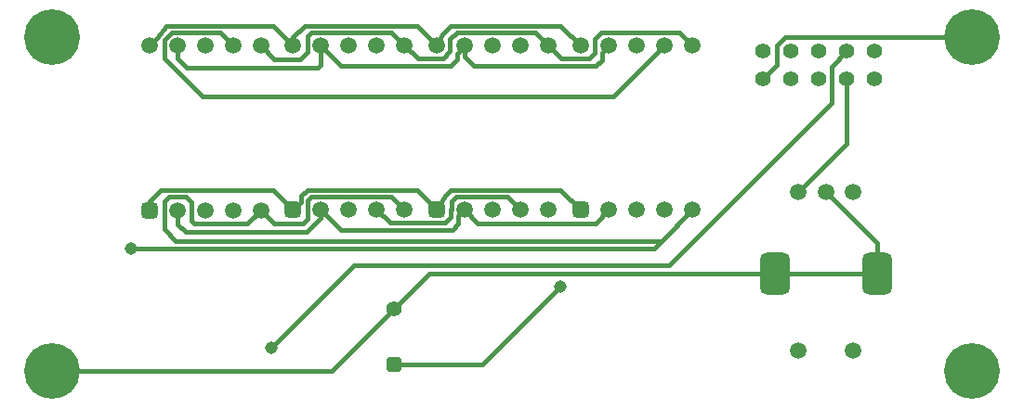
<source format=gbr>
%TF.GenerationSoftware,Altium Limited,Altium Designer,22.4.2 (48)*%
G04 Layer_Physical_Order=2*
G04 Layer_Color=16711680*
%FSLAX26Y26*%
%MOIN*%
%TF.SameCoordinates,DC04713F-A1B7-43D7-85F6-64DFF616D11F*%
%TF.FilePolarity,Positive*%
%TF.FileFunction,Copper,L2,Bot,Signal*%
%TF.Part,Single*%
G01*
G75*
%TA.AperFunction,Conductor*%
%ADD14C,0.015000*%
%TA.AperFunction,ViaPad*%
%ADD15C,0.200000*%
%TA.AperFunction,ComponentPad*%
G04:AMPARAMS|DCode=16|XSize=55.118mil|YSize=55.118mil|CornerRadius=13.78mil|HoleSize=0mil|Usage=FLASHONLY|Rotation=270.000|XOffset=0mil|YOffset=0mil|HoleType=Round|Shape=RoundedRectangle|*
%AMROUNDEDRECTD16*
21,1,0.055118,0.027559,0,0,270.0*
21,1,0.027559,0.055118,0,0,270.0*
1,1,0.027559,-0.013780,-0.013780*
1,1,0.027559,-0.013780,0.013780*
1,1,0.027559,0.013780,0.013780*
1,1,0.027559,0.013780,-0.013780*
%
%ADD16ROUNDEDRECTD16*%
%ADD17C,0.055118*%
G04:AMPARAMS|DCode=18|XSize=153.543mil|YSize=106.299mil|CornerRadius=26.575mil|HoleSize=0mil|Usage=FLASHONLY|Rotation=90.000|XOffset=0mil|YOffset=0mil|HoleType=Round|Shape=RoundedRectangle|*
%AMROUNDEDRECTD18*
21,1,0.153543,0.053150,0,0,90.0*
21,1,0.100394,0.106299,0,0,90.0*
1,1,0.053150,0.026575,0.050197*
1,1,0.053150,0.026575,-0.050197*
1,1,0.053150,-0.026575,-0.050197*
1,1,0.053150,-0.026575,0.050197*
%
%ADD18ROUNDEDRECTD18*%
%ADD19C,0.059055*%
G04:AMPARAMS|DCode=20|XSize=59.055mil|YSize=59.055mil|CornerRadius=14.764mil|HoleSize=0mil|Usage=FLASHONLY|Rotation=0.000|XOffset=0mil|YOffset=0mil|HoleType=Round|Shape=RoundedRectangle|*
%AMROUNDEDRECTD20*
21,1,0.059055,0.029527,0,0,0.0*
21,1,0.029527,0.059055,0,0,0.0*
1,1,0.029528,0.014764,-0.014764*
1,1,0.029528,-0.014764,-0.014764*
1,1,0.029528,-0.014764,0.014764*
1,1,0.029528,0.014764,0.014764*
%
%ADD20ROUNDEDRECTD20*%
%ADD21C,0.055000*%
%TA.AperFunction,ViaPad*%
%ADD22C,0.045000*%
D14*
X3308552Y4093000D02*
X3334552Y4119000D01*
X2503574Y4000000D02*
X3741930D01*
X2377000Y3873426D02*
X2503574Y4000000D01*
X4000000Y4468702D02*
Y4700000D01*
X3826574Y4295276D02*
X4000000Y4468702D01*
X2973972Y4302476D02*
X3046000Y4230448D01*
X2580000Y4302476D02*
X2973972D01*
X2557972Y4280448D02*
X2580000Y4302476D01*
X2530000Y4230448D02*
X2557972Y4280448D01*
X1942696Y4301752D02*
X2014000Y4230448D01*
X1539580Y4301752D02*
X1942696D01*
X1498426Y4260598D02*
X1539580Y4301752D01*
X1498426Y4229724D02*
Y4260598D01*
X2314000Y4230448D02*
X2361028Y4183420D01*
X2560000D01*
X2580000Y4203420D01*
Y4230000D01*
X2582972Y4232972D01*
Y4260448D01*
X2600000Y4277476D01*
X2782972D01*
X2830000Y4230448D01*
X2366972Y4868028D02*
X2414000Y4821000D01*
X2080000Y4868028D02*
X2366972D01*
X2066972Y4855000D02*
X2080000Y4868028D01*
X2066972Y4799972D02*
Y4855000D01*
X2040000Y4773000D02*
X2066972Y4799972D01*
X1945702Y4773000D02*
X2040000D01*
X1898426Y4820276D02*
X1945702Y4773000D01*
X3398000Y4869000D02*
X3446000Y4821000D01*
X3120000Y4869000D02*
X3398000D01*
X3096000Y4845000D02*
X3120000Y4869000D01*
X3096000Y4795000D02*
Y4845000D01*
X3074972Y4773972D02*
X3096000Y4795000D01*
X2977028Y4773972D02*
X3074972D01*
X2930000Y4821000D02*
X2977028Y4773972D01*
X2414000Y4821000D02*
X2461028Y4773972D01*
X2551000D01*
X2577028Y4800000D01*
Y4844028D01*
X2601028Y4868028D01*
X2882972D01*
X2930000Y4821000D01*
X3164000Y4639000D02*
X3346000Y4821000D01*
X1689000Y4639000D02*
X3164000D01*
X1551398Y4776602D02*
X1689000Y4639000D01*
X1551398Y4776602D02*
Y4840000D01*
X1578702Y4867304D01*
X1751398D01*
X1798426Y4820276D01*
X3121000Y4796000D02*
X3146000Y4821000D01*
X3121000Y4769972D02*
Y4796000D01*
X3100000Y4748972D02*
X3121000Y4769972D01*
X2664034Y4748972D02*
X3100000D01*
X2630000Y4783006D02*
X2664034Y4748972D01*
X2630000Y4783006D02*
Y4821000D01*
X1498426Y4820276D02*
X1526398Y4848248D01*
X1558702Y4892304D01*
X1942696D01*
X2014000Y4821000D01*
X2973972Y4893028D02*
X3046000Y4821000D01*
X2580000Y4893028D02*
X2973972D01*
X2549384Y4862412D02*
X2580000Y4893028D01*
X2530000Y4821000D02*
X2549384Y4862412D01*
X2457972Y4893028D02*
X2530000Y4821000D01*
X2055000Y4893028D02*
X2457972D01*
X2014000Y4852028D02*
X2055000Y4893028D01*
X2014000Y4821000D02*
Y4852028D01*
X1935000Y3734000D02*
X2232000Y4031000D01*
X3361000D01*
X3945000Y4615000D01*
Y4745000D01*
X4000000Y4800000D01*
X2692070Y3676574D02*
X2972000Y3956504D01*
X2377000Y3676574D02*
X2692070D01*
X2630000Y4230448D02*
X2677448Y4183000D01*
X3098552D01*
X3146000Y4230448D01*
X1150000Y3650000D02*
X2153574D01*
X2377000Y3873426D01*
X3334552Y4119000D02*
X3446000Y4230448D01*
X1592000Y4119000D02*
X3334552D01*
X1551000Y4160000D02*
X1592000Y4119000D01*
X1551000Y4160000D02*
Y4260000D01*
X1567752Y4276752D01*
X1630248D01*
X1649000Y4258000D01*
Y4193000D02*
Y4258000D01*
Y4193000D02*
X1660000Y4182000D01*
X1850702D01*
X1898426Y4229724D01*
X1434000Y4093000D02*
X3308552D01*
X3925000Y4295276D02*
X4108070Y4112206D01*
Y4000000D02*
Y4112206D01*
X2606994Y4207442D02*
X2630000Y4230448D01*
X2606994Y4180000D02*
Y4207442D01*
X2585414Y4158420D02*
X2606994Y4180000D01*
X2186028Y4158420D02*
X2585414D01*
X2114000Y4230448D02*
X2186028Y4158420D01*
X1598426Y4773602D02*
Y4820276D01*
Y4773602D02*
X1632028Y4740000D01*
X2104000D01*
X2114000Y4750000D01*
Y4821000D01*
X2602028Y4793028D02*
X2630000Y4821000D01*
X2602028Y4771000D02*
Y4793028D01*
X2580000Y4748972D02*
X2602028Y4771000D01*
X2186028Y4748972D02*
X2580000D01*
X2114000Y4821000D02*
X2186028Y4748972D01*
X2114000Y4200000D02*
Y4230448D01*
X2064000Y4150000D02*
X2114000Y4200000D01*
X1628158Y4150000D02*
X2064000D01*
X1598426Y4179732D02*
X1628158Y4150000D01*
X1598426Y4179732D02*
Y4229724D01*
X3780000Y4850000D02*
X4450000D01*
X3750000Y4820000D02*
X3780000Y4850000D01*
X3750000Y4750000D02*
Y4820000D01*
X3700000Y4700000D02*
X3750000Y4750000D01*
X2457972Y4302476D02*
X2530000Y4230448D01*
X2064448Y4302476D02*
X2457972D01*
X2041972Y4280000D02*
X2064448Y4302476D01*
X2041972Y4258420D02*
Y4280000D01*
X2014000Y4230448D02*
X2041972Y4258420D01*
X1898426Y4229724D02*
X1945150Y4183000D01*
X2050000D01*
X2066972Y4199972D01*
Y4264448D01*
X2080000Y4277476D01*
X2366972D01*
X2414000Y4230448D01*
X3741930Y4000000D02*
X4108070D01*
D15*
X1150000Y3650000D02*
D03*
X4450000D02*
D03*
Y4850000D02*
D03*
X1150000D02*
D03*
D16*
X2377000Y3676574D02*
D03*
D17*
Y3873426D02*
D03*
D18*
X4108070Y4000000D02*
D03*
X3741930D02*
D03*
D19*
X3925000Y4295276D02*
D03*
X3826574D02*
D03*
X4023426D02*
D03*
X3826574Y3724410D02*
D03*
X4023426D02*
D03*
X3146000Y4230448D02*
D03*
X3246000D02*
D03*
X3346000D02*
D03*
X3446000D02*
D03*
Y4821000D02*
D03*
X3346000D02*
D03*
X3246000D02*
D03*
X3146000D02*
D03*
X3046000D02*
D03*
X2630000Y4230448D02*
D03*
X2730000D02*
D03*
X2830000D02*
D03*
X2930000D02*
D03*
Y4821000D02*
D03*
X2830000D02*
D03*
X2730000D02*
D03*
X2630000D02*
D03*
X2530000D02*
D03*
X2114000Y4230448D02*
D03*
X2214000D02*
D03*
X2314000D02*
D03*
X2414000D02*
D03*
Y4821000D02*
D03*
X2314000D02*
D03*
X2214000D02*
D03*
X2114000D02*
D03*
X2014000D02*
D03*
X1598426Y4229724D02*
D03*
X1698426D02*
D03*
X1798426D02*
D03*
X1898426D02*
D03*
Y4820276D02*
D03*
X1798426D02*
D03*
X1698426D02*
D03*
X1598426D02*
D03*
X1498426D02*
D03*
D20*
X3046000Y4230448D02*
D03*
X2530000D02*
D03*
X2014000D02*
D03*
X1498426Y4229724D02*
D03*
D21*
X3700000Y4800000D02*
D03*
X3800000D02*
D03*
X3900000D02*
D03*
X4000000D02*
D03*
X4100000D02*
D03*
Y4700000D02*
D03*
X4000000D02*
D03*
X3900000D02*
D03*
X3800000D02*
D03*
X3700000D02*
D03*
D22*
X1935000Y3734000D02*
D03*
X2972000Y3956504D02*
D03*
X1434000Y4093000D02*
D03*
%TF.MD5,781f3ab857816b94395be421c702ce8a*%
M02*

</source>
